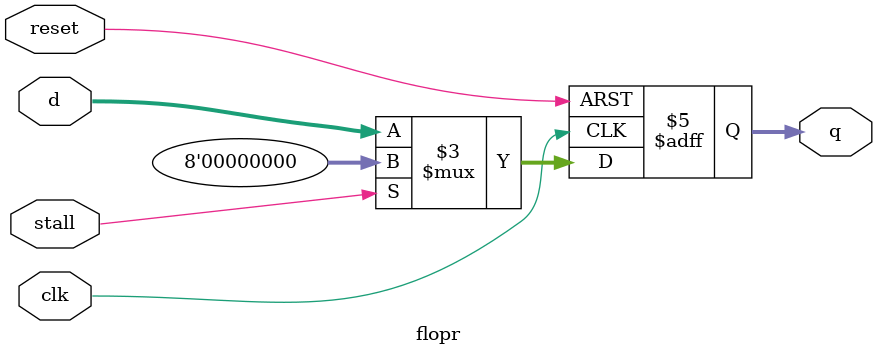
<source format=sv>
`timescale 1ns / 1ps


module flopr#
    (parameter WIDTH = 8)
    (input logic clk, reset,
     input logic [WIDTH-1:0] d,
     input logic stall,
     output logic [WIDTH-1:0] q);

    always_ff @(posedge clk, posedge reset)
    begin
        if (reset) q <= 0;
        else if (stall) q<=0;
            else q <= d;
    end
        
    
endmodule

</source>
